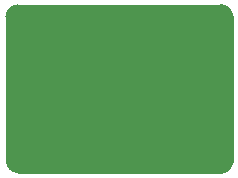
<source format=gm1>
%TF.GenerationSoftware,KiCad,Pcbnew,(6.0.10)*%
%TF.CreationDate,2023-12-30T01:12:33+11:00*%
%TF.ProjectId,1-Chip,312d4368-6970-42e6-9b69-6361645f7063,3.2*%
%TF.SameCoordinates,Original*%
%TF.FileFunction,Profile,NP*%
%FSLAX46Y46*%
G04 Gerber Fmt 4.6, Leading zero omitted, Abs format (unit mm)*
G04 Created by KiCad (PCBNEW (6.0.10)) date 2023-12-30 01:12:33*
%MOMM*%
%LPD*%
G01*
G04 APERTURE LIST*
%TA.AperFunction,Profile*%
%ADD10C,0.050000*%
%TD*%
%TA.AperFunction,Profile*%
%ADD11C,0.010000*%
%TD*%
G04 APERTURE END LIST*
D10*
X135104000Y-94510002D02*
X152292893Y-94500000D01*
X134104000Y-95510002D02*
X134128000Y-107720000D01*
X135128000Y-108720000D02*
X152292893Y-108792893D01*
X153292893Y-95500000D02*
X153292893Y-107792893D01*
D11*
X135104000Y-94509995D02*
G75*
G03*
X134104000Y-95510002I0J-1000000D01*
G01*
X134128000Y-107720000D02*
G75*
G03*
X135128000Y-108720000I1000000J0D01*
G01*
X152292893Y-108792893D02*
G75*
G03*
X153292893Y-107792893I0J1000000D01*
G01*
X153292893Y-95500000D02*
G75*
G03*
X152292893Y-94500000I-1000000J0D01*
G01*
G36*
X152299093Y-94500611D02*
G01*
X152475630Y-94517998D01*
X152499856Y-94522816D01*
X152663702Y-94572518D01*
X152686522Y-94581971D01*
X152837521Y-94662681D01*
X152858059Y-94676404D01*
X152990408Y-94785020D01*
X153007873Y-94802485D01*
X153116489Y-94934834D01*
X153130212Y-94955372D01*
X153210922Y-95106371D01*
X153220375Y-95129191D01*
X153270077Y-95293037D01*
X153274895Y-95317263D01*
X153292286Y-95493837D01*
X153292893Y-95506187D01*
X153292893Y-107786706D01*
X153292286Y-107799056D01*
X153274895Y-107975630D01*
X153270077Y-107999856D01*
X153220375Y-108163702D01*
X153210922Y-108186522D01*
X153130212Y-108337521D01*
X153116489Y-108358059D01*
X153007873Y-108490408D01*
X152990408Y-108507873D01*
X152858059Y-108616489D01*
X152837521Y-108630212D01*
X152686522Y-108710922D01*
X152663702Y-108720375D01*
X152499856Y-108770077D01*
X152475630Y-108774895D01*
X152299324Y-108792260D01*
X152286439Y-108792866D01*
X135133917Y-108720025D01*
X135122102Y-108719419D01*
X134945263Y-108702002D01*
X134921037Y-108697184D01*
X134757191Y-108647482D01*
X134734371Y-108638029D01*
X134583372Y-108557319D01*
X134562834Y-108543596D01*
X134430485Y-108434980D01*
X134413020Y-108417515D01*
X134304404Y-108285166D01*
X134290681Y-108264628D01*
X134209971Y-108113629D01*
X134200518Y-108090809D01*
X134150816Y-107926963D01*
X134145998Y-107902737D01*
X134128595Y-107726042D01*
X134127988Y-107713940D01*
X134104012Y-95516311D01*
X134104619Y-95503713D01*
X134121997Y-95327263D01*
X134126815Y-95303038D01*
X134176516Y-95139190D01*
X134185969Y-95116369D01*
X134266679Y-94965370D01*
X134280402Y-94944833D01*
X134389016Y-94812486D01*
X134406481Y-94795020D01*
X134538835Y-94686400D01*
X134559372Y-94672677D01*
X134710371Y-94591965D01*
X134733192Y-94582512D01*
X134897028Y-94532813D01*
X134921258Y-94527994D01*
X135097881Y-94510604D01*
X135110154Y-94509998D01*
X152286670Y-94500004D01*
X152299093Y-94500611D01*
G37*
M02*

</source>
